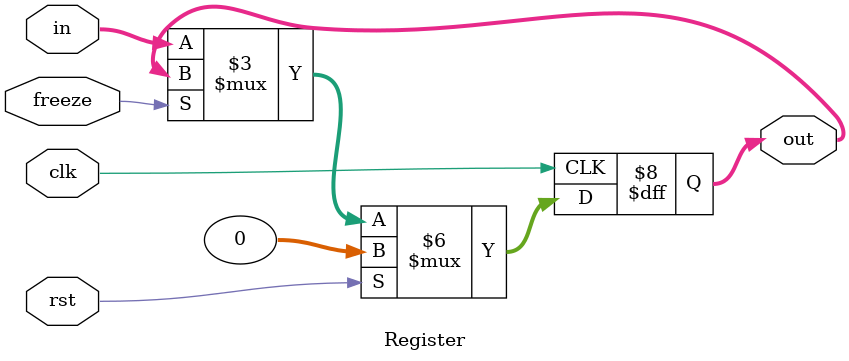
<source format=v>
module Register (
          input clk,
          input rst,
          input freeze,
          input [31:0] in,
          output reg [31:0] out
     );

     always @ ( posedge clk ) begin
          if(rst)
               out <= 0;
          else if(!freeze)
               out <= in;
     end

endmodule // Register

</source>
